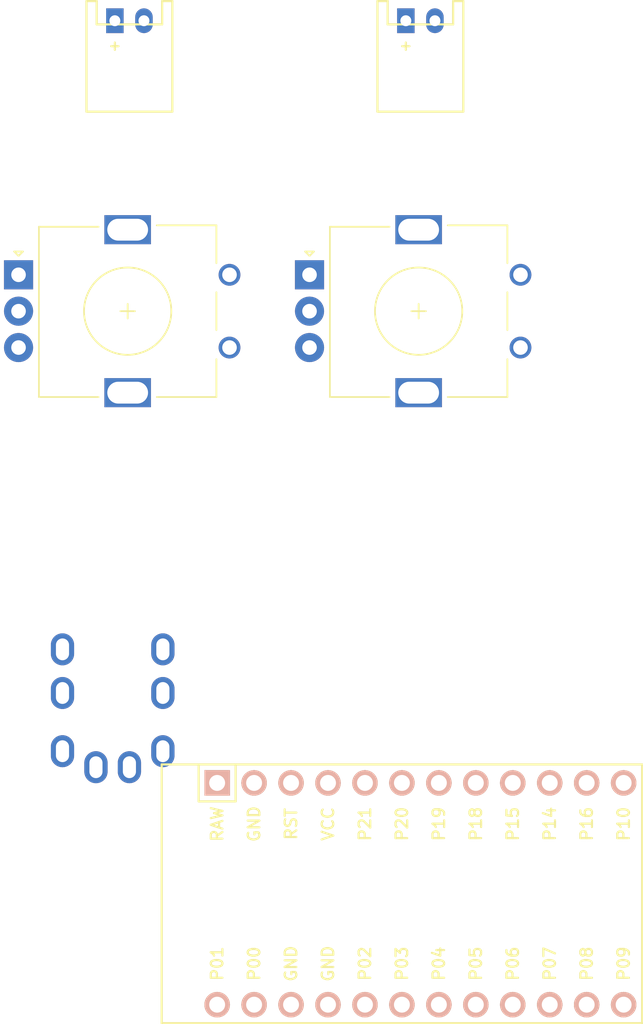
<source format=kicad_pcb>


(kicad_pcb (version 20171130) (host pcbnew 5.1.6)

  (page A3)
  (title_block
    (title "pcb")
    (rev "v9.9")
    (company "Ergogen Tests")
  )

  (general
    (thickness 1.6)
  )

  (layers
    (0 F.Cu signal)
    (31 B.Cu signal)
    (32 B.Adhes user)
    (33 F.Adhes user)
    (34 B.Paste user)
    (35 F.Paste user)
    (36 B.SilkS user)
    (37 F.SilkS user)
    (38 B.Mask user)
    (39 F.Mask user)
    (40 Dwgs.User user)
    (41 Cmts.User user)
    (42 Eco1.User user)
    (43 Eco2.User user)
    (44 Edge.Cuts user)
    (45 Margin user)
    (46 B.CrtYd user)
    (47 F.CrtYd user)
    (48 B.Fab user)
    (49 F.Fab user)
  )

  (setup
    (last_trace_width 0.25)
    (trace_clearance 0.2)
    (zone_clearance 0.508)
    (zone_45_only no)
    (trace_min 0.2)
    (via_size 0.8)
    (via_drill 0.4)
    (via_min_size 0.4)
    (via_min_drill 0.3)
    (uvia_size 0.3)
    (uvia_drill 0.1)
    (uvias_allowed no)
    (uvia_min_size 0.2)
    (uvia_min_drill 0.1)
    (edge_width 0.05)
    (segment_width 0.2)
    (pcb_text_width 0.3)
    (pcb_text_size 1.5 1.5)
    (mod_edge_width 0.12)
    (mod_text_size 1 1)
    (mod_text_width 0.15)
    (pad_size 1.524 1.524)
    (pad_drill 0.762)
    (pad_to_mask_clearance 0.05)
    (aux_axis_origin 0 0)
    (visible_elements FFFFFF7F)
    (pcbplotparams
      (layerselection 0x010fc_ffffffff)
      (usegerberextensions false)
      (usegerberattributes true)
      (usegerberadvancedattributes true)
      (creategerberjobfile true)
      (excludeedgelayer true)
      (linewidth 0.100000)
      (plotframeref false)
      (viasonmask false)
      (mode 1)
      (useauxorigin false)
      (hpglpennumber 1)
      (hpglpenspeed 20)
      (hpglpendiameter 15.000000)
      (psnegative false)
      (psa4output false)
      (plotreference true)
      (plotvalue true)
      (plotinvisibletext false)
      (padsonsilk false)
      (subtractmaskfromsilk false)
      (outputformat 1)
      (mirror false)
      (drillshape 1)
      (scaleselection 1)
      (outputdirectory ""))
  )

  (net 0 "")
(net 1 "raw")
(net 2 "gnd")
(net 3 "RST")
(net 4 "vcc")
(net 5 "P21")
(net 6 "P20")
(net 7 "P19")
(net 8 "P18")
(net 9 "P15")
(net 10 "P14")
(net 11 "P16")
(net 12 "P10")
(net 13 "P1")
(net 14 "P0")
(net 15 "P2")
(net 16 "P3")
(net 17 "P4")
(net 18 "P5")
(net 19 "P6")
(net 20 "P7")
(net 21 "P8")
(net 22 "P9")
(net 23 "net_a")
(net 24 "net_b")
(net 25 "net_c")
(net 26 "net_d")
(net 27 "rf")
(net 28 "rt")
(net 29 "ra")
(net 30 "rb")
(net 31 "rc")
(net 32 "p")
(net 33 "n")

  (net_class Default "This is the default net class."
    (clearance 0.2)
    (trace_width 0.25)
    (via_dia 0.8)
    (via_drill 0.4)
    (uvia_dia 0.3)
    (uvia_drill 0.1)
    (add_net "")
(add_net "raw")
(add_net "gnd")
(add_net "RST")
(add_net "vcc")
(add_net "P21")
(add_net "P20")
(add_net "P19")
(add_net "P18")
(add_net "P15")
(add_net "P14")
(add_net "P16")
(add_net "P10")
(add_net "P1")
(add_net "P0")
(add_net "P2")
(add_net "P3")
(add_net "P4")
(add_net "P5")
(add_net "P6")
(add_net "P7")
(add_net "P8")
(add_net "P9")
(add_net "net_a")
(add_net "net_b")
(add_net "net_c")
(add_net "net_d")
(add_net "rf")
(add_net "rt")
(add_net "ra")
(add_net "rb")
(add_net "rc")
(add_net "p")
(add_net "n")
  )

  
        
      (module ProMicro (layer F.Cu) (tedit 5B307E4C)
      (at 10 0 0)

      
      (fp_text reference "MCU1" (at 0 0) (layer F.SilkS) hide (effects (font (size 1.27 1.27) (thickness 0.15))))
      (fp_text value "" (at 0 0) (layer F.SilkS) hide (effects (font (size 1.27 1.27) (thickness 0.15))))
    
      
      (fp_line (start -19.304 -3.81) (end -14.224 -3.81) (layer Dwgs.User) (width 0.15))
      (fp_line (start -19.304 3.81) (end -19.304 -3.81) (layer Dwgs.User) (width 0.15))
      (fp_line (start -14.224 3.81) (end -19.304 3.81) (layer Dwgs.User) (width 0.15))
      (fp_line (start -14.224 -3.81) (end -14.224 3.81) (layer Dwgs.User) (width 0.15))
    
      
      (fp_line (start -17.78 8.89) (end 15.24 8.89) (layer F.SilkS) (width 0.15))
      (fp_line (start 15.24 8.89) (end 15.24 -8.89) (layer F.SilkS) (width 0.15))
      (fp_line (start 15.24 -8.89) (end -17.78 -8.89) (layer F.SilkS) (width 0.15))
      (fp_line (start -17.78 -8.89) (end -17.78 8.89) (layer F.SilkS) (width 0.15))
      
        
        
        (fp_line (start -15.24 -6.35) (end -12.7 -6.35) (layer F.SilkS) (width 0.15))
        (fp_line (start -15.24 -6.35) (end -15.24 -8.89) (layer F.SilkS) (width 0.15))
        (fp_line (start -12.7 -6.35) (end -12.7 -8.89) (layer F.SilkS) (width 0.15))
      
        
        (fp_text user RAW (at -13.97 -4.8 90) (layer F.SilkS) (effects (font (size 0.8 0.8) (thickness 0.15))))
        (fp_text user GND (at -11.43 -4.8 90) (layer F.SilkS) (effects (font (size 0.8 0.8) (thickness 0.15))))
        (fp_text user RST (at -8.89 -4.8 90) (layer F.SilkS) (effects (font (size 0.8 0.8) (thickness 0.15))))
        (fp_text user VCC (at -6.35 -4.8 90) (layer F.SilkS) (effects (font (size 0.8 0.8) (thickness 0.15))))
        (fp_text user P21 (at -3.81 -4.8 90) (layer F.SilkS) (effects (font (size 0.8 0.8) (thickness 0.15))))
        (fp_text user P20 (at -1.27 -4.8 90) (layer F.SilkS) (effects (font (size 0.8 0.8) (thickness 0.15))))
        (fp_text user P19 (at 1.27 -4.8 90) (layer F.SilkS) (effects (font (size 0.8 0.8) (thickness 0.15))))
        (fp_text user P18 (at 3.81 -4.8 90) (layer F.SilkS) (effects (font (size 0.8 0.8) (thickness 0.15))))
        (fp_text user P15 (at 6.35 -4.8 90) (layer F.SilkS) (effects (font (size 0.8 0.8) (thickness 0.15))))
        (fp_text user P14 (at 8.89 -4.8 90) (layer F.SilkS) (effects (font (size 0.8 0.8) (thickness 0.15))))
        (fp_text user P16 (at 11.43 -4.8 90) (layer F.SilkS) (effects (font (size 0.8 0.8) (thickness 0.15))))
        (fp_text user P10 (at 13.97 -4.8 90) (layer F.SilkS) (effects (font (size 0.8 0.8) (thickness 0.15))))
      
        (fp_text user P01 (at -13.97 4.8 90) (layer F.SilkS) (effects (font (size 0.8 0.8) (thickness 0.15))))
        (fp_text user P00 (at -11.43 4.8 90) (layer F.SilkS) (effects (font (size 0.8 0.8) (thickness 0.15))))
        (fp_text user GND (at -8.89 4.8 90) (layer F.SilkS) (effects (font (size 0.8 0.8) (thickness 0.15))))
        (fp_text user GND (at -6.35 4.8 90) (layer F.SilkS) (effects (font (size 0.8 0.8) (thickness 0.15))))
        (fp_text user P02 (at -3.81 4.8 90) (layer F.SilkS) (effects (font (size 0.8 0.8) (thickness 0.15))))
        (fp_text user P03 (at -1.27 4.8 90) (layer F.SilkS) (effects (font (size 0.8 0.8) (thickness 0.15))))
        (fp_text user P04 (at 1.27 4.8 90) (layer F.SilkS) (effects (font (size 0.8 0.8) (thickness 0.15))))
        (fp_text user P05 (at 3.81 4.8 90) (layer F.SilkS) (effects (font (size 0.8 0.8) (thickness 0.15))))
        (fp_text user P06 (at 6.35 4.8 90) (layer F.SilkS) (effects (font (size 0.8 0.8) (thickness 0.15))))
        (fp_text user P07 (at 8.89 4.8 90) (layer F.SilkS) (effects (font (size 0.8 0.8) (thickness 0.15))))
        (fp_text user P08 (at 11.43 4.8 90) (layer F.SilkS) (effects (font (size 0.8 0.8) (thickness 0.15))))
        (fp_text user P09 (at 13.97 4.8 90) (layer F.SilkS) (effects (font (size 0.8 0.8) (thickness 0.15))))
      
        
        (pad 1 thru_hole rect (at -13.97 -7.62 0) (size 1.7526 1.7526) (drill 1.0922) (layers *.Cu *.SilkS *.Mask) (net 1 "raw"))
        (pad 2 thru_hole circle (at -11.43 -7.62 0) (size 1.7526 1.7526) (drill 1.0922) (layers *.Cu *.SilkS *.Mask) (net 2 "gnd"))
        (pad 3 thru_hole circle (at -8.89 -7.62 0) (size 1.7526 1.7526) (drill 1.0922) (layers *.Cu *.SilkS *.Mask) (net 3 "RST"))
        (pad 4 thru_hole circle (at -6.35 -7.62 0) (size 1.7526 1.7526) (drill 1.0922) (layers *.Cu *.SilkS *.Mask) (net 4 "vcc"))
        (pad 5 thru_hole circle (at -3.81 -7.62 0) (size 1.7526 1.7526) (drill 1.0922) (layers *.Cu *.SilkS *.Mask) (net 5 "P21"))
        (pad 6 thru_hole circle (at -1.27 -7.62 0) (size 1.7526 1.7526) (drill 1.0922) (layers *.Cu *.SilkS *.Mask) (net 6 "P20"))
        (pad 7 thru_hole circle (at 1.27 -7.62 0) (size 1.7526 1.7526) (drill 1.0922) (layers *.Cu *.SilkS *.Mask) (net 7 "P19"))
        (pad 8 thru_hole circle (at 3.81 -7.62 0) (size 1.7526 1.7526) (drill 1.0922) (layers *.Cu *.SilkS *.Mask) (net 8 "P18"))
        (pad 9 thru_hole circle (at 6.35 -7.62 0) (size 1.7526 1.7526) (drill 1.0922) (layers *.Cu *.SilkS *.Mask) (net 9 "P15"))
        (pad 10 thru_hole circle (at 8.89 -7.62 0) (size 1.7526 1.7526) (drill 1.0922) (layers *.Cu *.SilkS *.Mask) (net 10 "P14"))
        (pad 11 thru_hole circle (at 11.43 -7.62 0) (size 1.7526 1.7526) (drill 1.0922) (layers *.Cu *.SilkS *.Mask) (net 11 "P16"))
        (pad 12 thru_hole circle (at 13.97 -7.62 0) (size 1.7526 1.7526) (drill 1.0922) (layers *.Cu *.SilkS *.Mask) (net 12 "P10"))
        
        (pad 13 thru_hole circle (at -13.97 7.62 0) (size 1.7526 1.7526) (drill 1.0922) (layers *.Cu *.SilkS *.Mask) (net 13 "P1"))
        (pad 14 thru_hole circle (at -11.43 7.62 0) (size 1.7526 1.7526) (drill 1.0922) (layers *.Cu *.SilkS *.Mask) (net 14 "P0"))
        (pad 15 thru_hole circle (at -8.89 7.62 0) (size 1.7526 1.7526) (drill 1.0922) (layers *.Cu *.SilkS *.Mask) (net 2 "gnd"))
        (pad 16 thru_hole circle (at -6.35 7.62 0) (size 1.7526 1.7526) (drill 1.0922) (layers *.Cu *.SilkS *.Mask) (net 2 "gnd"))
        (pad 17 thru_hole circle (at -3.81 7.62 0) (size 1.7526 1.7526) (drill 1.0922) (layers *.Cu *.SilkS *.Mask) (net 15 "P2"))
        (pad 18 thru_hole circle (at -1.27 7.62 0) (size 1.7526 1.7526) (drill 1.0922) (layers *.Cu *.SilkS *.Mask) (net 16 "P3"))
        (pad 19 thru_hole circle (at 1.27 7.62 0) (size 1.7526 1.7526) (drill 1.0922) (layers *.Cu *.SilkS *.Mask) (net 17 "P4"))
        (pad 20 thru_hole circle (at 3.81 7.62 0) (size 1.7526 1.7526) (drill 1.0922) (layers *.Cu *.SilkS *.Mask) (net 18 "P5"))
        (pad 21 thru_hole circle (at 6.35 7.62 0) (size 1.7526 1.7526) (drill 1.0922) (layers *.Cu *.SilkS *.Mask) (net 19 "P6"))
        (pad 22 thru_hole circle (at 8.89 7.62 0) (size 1.7526 1.7526) (drill 1.0922) (layers *.Cu *.SilkS *.Mask) (net 20 "P7"))
        (pad 23 thru_hole circle (at 11.43 7.62 0) (size 1.7526 1.7526) (drill 1.0922) (layers *.Cu *.SilkS *.Mask) (net 21 "P8"))
        (pad 24 thru_hole circle (at 13.97 7.62 0) (size 1.7526 1.7526) (drill 1.0922) (layers *.Cu *.SilkS *.Mask) (net 22 "P9"))
      )
        

        
      (module TRRS-PJ-320A-dual (layer F.Cu) (tedit 5970F8E5)

      (at -10 -20 0)   

      
      (fp_text reference "TRRS1" (at 0 14.2) (layer Dwgs.User) (effects (font (size 1 1) (thickness 0.15))))
      (fp_text value TRRS-PJ-320A-dual (at 0 -5.6) (layer F.Fab) (effects (font (size 1 1) (thickness 0.15))))

      
      (fp_line (start 0.5 -2) (end -5.1 -2) (layer Dwgs.User) (width 0.15))
      (fp_line (start -5.1 0) (end -5.1 -2) (layer Dwgs.User) (width 0.15))
      (fp_line (start 0.5 0) (end 0.5 -2) (layer Dwgs.User) (width 0.15))
      (fp_line (start -5.35 0) (end -5.35 12.1) (layer Dwgs.User) (width 0.15))
      (fp_line (start 0.75 0) (end 0.75 12.1) (layer Dwgs.User) (width 0.15))
      (fp_line (start 0.75 12.1) (end -5.35 12.1) (layer Dwgs.User) (width 0.15))
      (fp_line (start 0.75 0) (end -5.35 0) (layer Dwgs.User) (width 0.15))

      
          
        (pad "" np_thru_hole circle (at -2.3 8.6) (size 1.5 1.5) (drill 1.5) (layers *.Cu *.Mask))
        (pad "" np_thru_hole circle (at -2.3 1.6) (size 1.5 1.5) (drill 1.5) (layers *.Cu *.Mask))
      
          
        (pad "" np_thru_hole circle (at 0 8.6) (size 1.5 1.5) (drill 1.5) (layers *.Cu *.Mask))
        (pad "" np_thru_hole circle (at 0 1.6) (size 1.5 1.5) (drill 1.5) (layers *.Cu *.Mask))
      
          
        (pad 1 thru_hole oval (at -2.3 11.3 0) (size 1.6 2.2) (drill oval 0.9 1.5) (layers *.Cu *.Mask) (net 23 "net_a"))
        (pad 2 thru_hole oval (at 2.3 10.2 0) (size 1.6 2.2) (drill oval 0.9 1.5) (layers *.Cu *.Mask) (net 24 "net_b"))
        (pad 3 thru_hole oval (at 2.3 6.2 0) (size 1.6 2.2) (drill oval 0.9 1.5) (layers *.Cu *.Mask) (net 25 "net_c"))
        (pad 4 thru_hole oval (at 2.3 3.2 0) (size 1.6 2.2) (drill oval 0.9 1.5) (layers *.Cu *.Mask) (net 26 "net_d"))
      
          
        (pad 1 thru_hole oval (at 0 11.3 0) (size 1.6 2.2) (drill oval 0.9 1.5) (layers *.Cu *.Mask) (net 23 "net_a"))
        (pad 2 thru_hole oval (at -4.6 10.2 0) (size 1.6 2.2) (drill oval 0.9 1.5) (layers *.Cu *.Mask) (net 24 "net_b"))
        (pad 3 thru_hole oval (at -4.6 6.2 0) (size 1.6 2.2) (drill oval 0.9 1.5) (layers *.Cu *.Mask) (net 25 "net_c"))
        (pad 4 thru_hole oval (at -4.6 3.2 0) (size 1.6 2.2) (drill oval 0.9 1.5) (layers *.Cu *.Mask) (net 26 "net_d"))
      )
      

          
        (module rotary_encoder (layer F.Cu) (tedit 603326DE)

            (at 10 -40 0)
        
            
            (fp_text reference "ROT1" (at 0 0.5) (layer F.SilkS) 
                hide (effects (font (size 1 1) (thickness 0.15))))
            (fp_text value "" (at 0 8.89) (layer F.Fab)
                (effects (font (size 1 1) (thickness 0.15))))

            
            (fp_line (start -0.62 -0.04) (end 0.38 -0.04) (layer F.SilkS) (width 0.12))
            (fp_line (start -0.12 -0.54) (end -0.12 0.46) (layer F.SilkS) (width 0.12))
            (fp_line (start 5.98 3.26) (end 5.98 5.86) (layer F.SilkS) (width 0.12))
            (fp_line (start 5.98 -1.34) (end 5.98 1.26) (layer F.SilkS) (width 0.12))
            (fp_line (start 5.98 -5.94) (end 5.98 -3.34) (layer F.SilkS) (width 0.12))
            (fp_line (start -3.12 -0.04) (end 2.88 -0.04) (layer F.Fab) (width 0.12))
            (fp_line (start -0.12 -3.04) (end -0.12 2.96) (layer F.Fab) (width 0.12))
            (fp_line (start -7.32 -4.14) (end -7.62 -3.84) (layer F.SilkS) (width 0.12))
            (fp_line (start -7.92 -4.14) (end -7.32 -4.14) (layer F.SilkS) (width 0.12))
            (fp_line (start -7.62 -3.84) (end -7.92 -4.14) (layer F.SilkS) (width 0.12))
            (fp_line (start -6.22 -5.84) (end -6.22 5.86) (layer F.SilkS) (width 0.12))
            (fp_line (start -2.12 -5.84) (end -6.22 -5.84) (layer F.SilkS) (width 0.12))
            (fp_line (start -2.12 5.86) (end -6.22 5.86) (layer F.SilkS) (width 0.12))
            (fp_line (start 5.98 5.86) (end 1.88 5.86) (layer F.SilkS) (width 0.12))
            (fp_line (start 1.88 -5.94) (end 5.98 -5.94) (layer F.SilkS) (width 0.12))
            (fp_line (start -6.12 -4.74) (end -5.12 -5.84) (layer F.Fab) (width 0.12))
            (fp_line (start -6.12 5.76) (end -6.12 -4.74) (layer F.Fab) (width 0.12))
            (fp_line (start 5.88 5.76) (end -6.12 5.76) (layer F.Fab) (width 0.12))
            (fp_line (start 5.88 -5.84) (end 5.88 5.76) (layer F.Fab) (width 0.12))
            (fp_line (start -5.12 -5.84) (end 5.88 -5.84) (layer F.Fab) (width 0.12))
            (fp_line (start -8.87 -6.89) (end 7.88 -6.89) (layer F.CrtYd) (width 0.05))
            (fp_line (start -8.87 -6.89) (end -8.87 6.81) (layer F.CrtYd) (width 0.05))
            (fp_line (start 7.88 6.81) (end 7.88 -6.89) (layer F.CrtYd) (width 0.05))
            (fp_line (start 7.88 6.81) (end -8.87 6.81) (layer F.CrtYd) (width 0.05))
            (fp_circle (center -0.12 -0.04) (end 2.88 -0.04) (layer F.SilkS) (width 0.12))
            (fp_circle (center -0.12 -0.04) (end 2.88 -0.04) (layer F.Fab) (width 0.12))

            
            (pad A thru_hole rect (at -7.62 -2.54 0) (size 2 2) (drill 1) (layers *.Cu *.Mask) (net 29 "ra"))
            (pad C thru_hole circle (at -7.62 -0.04) (size 2 2) (drill 1) (layers *.Cu *.Mask) (net 31 "rc"))
            (pad B thru_hole circle (at -7.62 2.46) (size 2 2) (drill 1) (layers *.Cu *.Mask) (net 30 "rb"))
            (pad 1 thru_hole circle (at 6.88 -2.54) (size 1.5 1.5) (drill 1) (layers *.Cu *.Mask) (net 27 "rf"))
            (pad 2 thru_hole circle (at 6.88 2.46) (size 1.5 1.5) (drill 1) (layers *.Cu *.Mask) (net 28 "rt"))

            
            (pad "" thru_hole rect (at -0.12 -5.64 0) (size 3.2 2) (drill oval 2.8 1.5) (layers *.Cu *.Mask))
            (pad "" thru_hole rect (at -0.12 5.56 0)  (size 3.2 2) (drill oval 2.8 1.5) (layers *.Cu *.Mask))
        )
    

        
        (module rotary_encoder (layer F.Cu) (tedit 603326DE)

            (at -10 -40 0)
        
            
            (fp_text reference "ROT2" (at 0 0.5) (layer F.SilkS) 
                hide (effects (font (size 1 1) (thickness 0.15))))
            (fp_text value "" (at 0 8.89) (layer F.Fab)
                (effects (font (size 1 1) (thickness 0.15))))

            
            (fp_line (start -0.62 -0.04) (end 0.38 -0.04) (layer F.SilkS) (width 0.12))
            (fp_line (start -0.12 -0.54) (end -0.12 0.46) (layer F.SilkS) (width 0.12))
            (fp_line (start 5.98 3.26) (end 5.98 5.86) (layer F.SilkS) (width 0.12))
            (fp_line (start 5.98 -1.34) (end 5.98 1.26) (layer F.SilkS) (width 0.12))
            (fp_line (start 5.98 -5.94) (end 5.98 -3.34) (layer F.SilkS) (width 0.12))
            (fp_line (start -3.12 -0.04) (end 2.88 -0.04) (layer F.Fab) (width 0.12))
            (fp_line (start -0.12 -3.04) (end -0.12 2.96) (layer F.Fab) (width 0.12))
            (fp_line (start -7.32 -4.14) (end -7.62 -3.84) (layer F.SilkS) (width 0.12))
            (fp_line (start -7.92 -4.14) (end -7.32 -4.14) (layer F.SilkS) (width 0.12))
            (fp_line (start -7.62 -3.84) (end -7.92 -4.14) (layer F.SilkS) (width 0.12))
            (fp_line (start -6.22 -5.84) (end -6.22 5.86) (layer F.SilkS) (width 0.12))
            (fp_line (start -2.12 -5.84) (end -6.22 -5.84) (layer F.SilkS) (width 0.12))
            (fp_line (start -2.12 5.86) (end -6.22 5.86) (layer F.SilkS) (width 0.12))
            (fp_line (start 5.98 5.86) (end 1.88 5.86) (layer F.SilkS) (width 0.12))
            (fp_line (start 1.88 -5.94) (end 5.98 -5.94) (layer F.SilkS) (width 0.12))
            (fp_line (start -6.12 -4.74) (end -5.12 -5.84) (layer F.Fab) (width 0.12))
            (fp_line (start -6.12 5.76) (end -6.12 -4.74) (layer F.Fab) (width 0.12))
            (fp_line (start 5.88 5.76) (end -6.12 5.76) (layer F.Fab) (width 0.12))
            (fp_line (start 5.88 -5.84) (end 5.88 5.76) (layer F.Fab) (width 0.12))
            (fp_line (start -5.12 -5.84) (end 5.88 -5.84) (layer F.Fab) (width 0.12))
            (fp_line (start -8.87 -6.89) (end 7.88 -6.89) (layer F.CrtYd) (width 0.05))
            (fp_line (start -8.87 -6.89) (end -8.87 6.81) (layer F.CrtYd) (width 0.05))
            (fp_line (start 7.88 6.81) (end 7.88 -6.89) (layer F.CrtYd) (width 0.05))
            (fp_line (start 7.88 6.81) (end -8.87 6.81) (layer F.CrtYd) (width 0.05))
            (fp_circle (center -0.12 -0.04) (end 2.88 -0.04) (layer F.SilkS) (width 0.12))
            (fp_circle (center -0.12 -0.04) (end 2.88 -0.04) (layer F.Fab) (width 0.12))

            
            (pad A thru_hole rect (at -7.62 -2.54 0) (size 2 2) (drill 1) (layers *.Cu *.Mask) (net 29 "ra"))
            (pad C thru_hole circle (at -7.62 -0.04) (size 2 2) (drill 1) (layers *.Cu *.Mask) (net 31 "rc"))
            (pad B thru_hole circle (at -7.62 2.46) (size 2 2) (drill 1) (layers *.Cu *.Mask) (net 30 "rb"))
            (pad 1 thru_hole circle (at 6.88 -2.54) (size 1.5 1.5) (drill 1) (layers *.Cu *.Mask) (net 27 "rf"))
            (pad 2 thru_hole circle (at 6.88 2.46) (size 1.5 1.5) (drill 1) (layers *.Cu *.Mask) (net 28 "rt"))

            
            (pad "" thru_hole rect (at -0.12 -5.64 0) (size 3.2 2) (drill oval 2.8 1.5) (layers *.Cu *.Mask))
            (pad "" thru_hole rect (at -0.12 5.56 0)  (size 3.2 2) (drill oval 2.8 1.5) (layers *.Cu *.Mask))
        )
    

        
    (module JST_PH_S2B-PH-K_02x2.00mm_Angled (layer F.Cu) (tedit 58D3FE32)

        (descr "JST PH series connector, S2B-PH-K, side entry type, through hole, Datasheet: http://www.jst-mfg.com/product/pdf/eng/ePH.pdf")
        (tags "connector jst ph")

        (at 10 -60 0)

        
        (fp_text reference "JST1" (at 0 0) (layer F.SilkS) hide (effects (font (size 1.27 1.27) (thickness 0.15))))
        (fp_text value "" (at 0 0) (layer F.SilkS) hide (effects (font (size 1.27 1.27) (thickness 0.15))))

        (fp_line (start -2.25 0.25) (end -2.25 -1.35) (layer F.SilkS) (width 0.15))
        (fp_line (start -2.25 -1.35) (end -2.95 -1.35) (layer F.SilkS) (width 0.15))
        (fp_line (start -2.95 -1.35) (end -2.95 6.25) (layer F.SilkS) (width 0.15))
        (fp_line (start -2.95 6.25) (end 2.95 6.25) (layer F.SilkS) (width 0.15))
        (fp_line (start 2.95 6.25) (end 2.95 -1.35) (layer F.SilkS) (width 0.15))
        (fp_line (start 2.95 -1.35) (end 2.25 -1.35) (layer F.SilkS) (width 0.15))
        (fp_line (start 2.25 -1.35) (end 2.25 0.25) (layer F.SilkS) (width 0.15))
        (fp_line (start 2.25 0.25) (end -2.25 0.25) (layer F.SilkS) (width 0.15))

        (fp_line (start -1 1.5) (end -1 2.0) (layer F.SilkS) (width 0.15))
        (fp_line (start -1.25 1.75) (end -0.75 1.75) (layer F.SilkS) (width 0.15))

        (pad 1 thru_hole rect (at -1 0 0) (size 1.2 1.7) (drill 0.75) (layers *.Cu *.Mask) (net 32 "p"))
        (pad 2 thru_hole oval (at 1 0 0) (size 1.2 1.7) (drill 0.75) (layers *.Cu *.Mask) (net 33 "n"))
            
    )
    
    

    (module JST_PH_S2B-PH-K_02x2.00mm_Angled (layer F.Cu) (tedit 58D3FE32)

        (descr "JST PH series connector, S2B-PH-K, side entry type, through hole, Datasheet: http://www.jst-mfg.com/product/pdf/eng/ePH.pdf")
        (tags "connector jst ph")

        (at -10 -60 0)

        
        (fp_text reference "JST2" (at 0 0) (layer F.SilkS) hide (effects (font (size 1.27 1.27) (thickness 0.15))))
        (fp_text value "" (at 0 0) (layer F.SilkS) hide (effects (font (size 1.27 1.27) (thickness 0.15))))

        (fp_line (start -2.25 0.25) (end -2.25 -1.35) (layer F.SilkS) (width 0.15))
        (fp_line (start -2.25 -1.35) (end -2.95 -1.35) (layer F.SilkS) (width 0.15))
        (fp_line (start -2.95 -1.35) (end -2.95 6.25) (layer F.SilkS) (width 0.15))
        (fp_line (start -2.95 6.25) (end 2.95 6.25) (layer F.SilkS) (width 0.15))
        (fp_line (start 2.95 6.25) (end 2.95 -1.35) (layer F.SilkS) (width 0.15))
        (fp_line (start 2.95 -1.35) (end 2.25 -1.35) (layer F.SilkS) (width 0.15))
        (fp_line (start 2.25 -1.35) (end 2.25 0.25) (layer F.SilkS) (width 0.15))
        (fp_line (start 2.25 0.25) (end -2.25 0.25) (layer F.SilkS) (width 0.15))

        (fp_line (start -1 1.5) (end -1 2.0) (layer F.SilkS) (width 0.15))
        (fp_line (start -1.25 1.75) (end -0.75 1.75) (layer F.SilkS) (width 0.15))

        (pad 1 thru_hole rect (at -1 0 0) (size 1.2 1.7) (drill 0.75) (layers *.Cu *.Mask) (net 32 "p"))
        (pad 2 thru_hole oval (at 1 0 0) (size 1.2 1.7) (drill 0.75) (layers *.Cu *.Mask) (net 33 "n"))
            
    )
    
    
  

)
</source>
